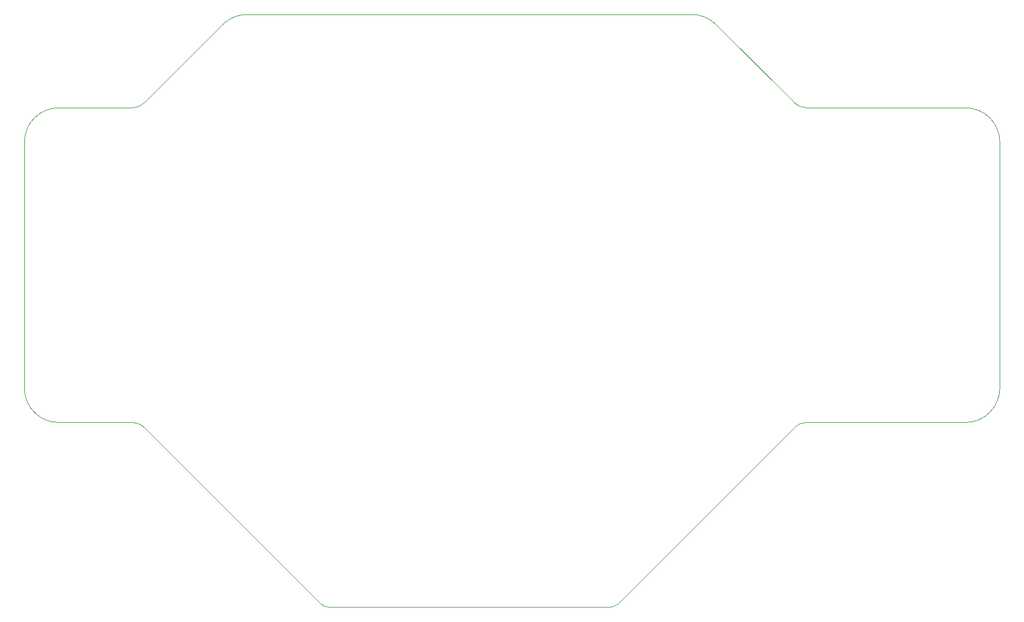
<source format=gbr>
%TF.GenerationSoftware,KiCad,Pcbnew,7.0.8*%
%TF.CreationDate,2023-11-18T19:30:01+11:00*%
%TF.ProjectId,Main 4.3,4d61696e-2034-42e3-932e-6b696361645f,rev?*%
%TF.SameCoordinates,Original*%
%TF.FileFunction,Profile,NP*%
%FSLAX46Y46*%
G04 Gerber Fmt 4.6, Leading zero omitted, Abs format (unit mm)*
G04 Created by KiCad (PCBNEW 7.0.8) date 2023-11-18 19:30:01*
%MOMM*%
%LPD*%
G01*
G04 APERTURE LIST*
%TA.AperFunction,Profile*%
%ADD10C,0.010000*%
%TD*%
G04 APERTURE END LIST*
D10*
X170591884Y-199999958D02*
G75*
G03*
X171652544Y-199560659I16J1500058D01*
G01*
X100751263Y-127000000D02*
X90000000Y-127000000D01*
X197480970Y-126267767D02*
X186031224Y-114818020D01*
X227500000Y-132000000D02*
G75*
G03*
X222500000Y-127000000I-5000000J0D01*
G01*
X171652544Y-199560659D02*
X197480970Y-173732233D01*
X90000000Y-127000000D02*
G75*
G03*
X85000000Y-132000000I0J-5000000D01*
G01*
X100751263Y-126999973D02*
G75*
G03*
X102519029Y-126267766I37J2499973D01*
G01*
X222500000Y-127000000D02*
X199248737Y-127000000D01*
X129408116Y-199999999D02*
X170591884Y-199999999D01*
X102519048Y-173732215D02*
G75*
G03*
X100751263Y-173000000I-1767748J-1767785D01*
G01*
X85000000Y-168000000D02*
G75*
G03*
X90000000Y-173000000I5000000J0D01*
G01*
X90000000Y-173000000D02*
X100751263Y-173000000D01*
X199248737Y-172999985D02*
G75*
G03*
X197480970Y-173732233I63J-2500115D01*
G01*
X182495690Y-113353554D02*
X117504310Y-113353554D01*
X197480993Y-126267744D02*
G75*
G03*
X199248737Y-127000000I1767707J1767544D01*
G01*
X102519030Y-173732233D02*
X128347456Y-199560659D01*
X227500000Y-168000000D02*
X227500000Y-132000000D01*
X117504310Y-113353575D02*
G75*
G03*
X113968776Y-114818020I-10J-5000025D01*
G01*
X222500000Y-173000000D02*
G75*
G03*
X227500000Y-168000000I0J5000000D01*
G01*
X85000000Y-132000000D02*
X85000000Y-168000000D01*
X186031218Y-114818026D02*
G75*
G03*
X182495690Y-113353554I-3535518J-3535474D01*
G01*
X113968776Y-114818020D02*
X102519030Y-126267767D01*
X128347448Y-199560667D02*
G75*
G03*
X129408116Y-199999999I1060652J1060667D01*
G01*
X199248737Y-173000000D02*
X222500000Y-173000000D01*
M02*

</source>
